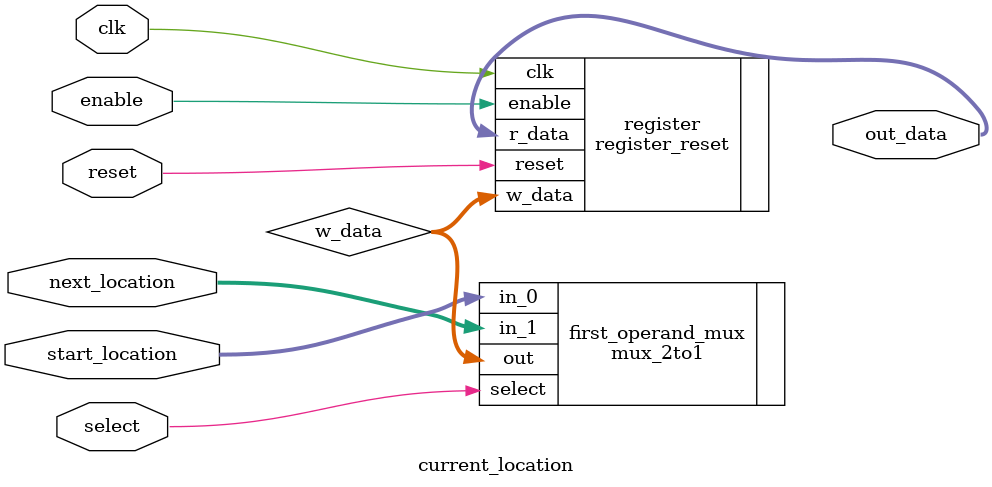
<source format=v>
module current_location
#(
 parameter DATA_LENGTH = 6
)
(
 input  wire                       clk,
 input  wire                       reset,
 input  wire                       enable,
 input  wire [DATA_LENGTH - 1 : 0] start_location,
 input  wire [DATA_LENGTH - 1 : 0] next_location,
 input  wire                       select,
 
 output wire [DATA_LENGTH - 1 : 0] out_data
);
 wire        [DATA_LENGTH - 1 : 0] w_data;

 mux_2to1 #(
  .DATA_LENGTH                     (DATA_LENGTH)
 )
 first_operand_mux(
  .in_0                            (start_location),
  .in_1                            (next_location),
  .select                          (select),
 // Output
  .out                             (w_data)
 );
 
 register_reset                    #(
 .DATA_LENGTH                     (DATA_LENGTH)
 )
 register(
  .clk                            (clk),
  .enable                         (enable),
  .reset                          (reset),
  .w_data                         (w_data),
   // Output
  .r_data                         (out_data)
 );
endmodule 
</source>
